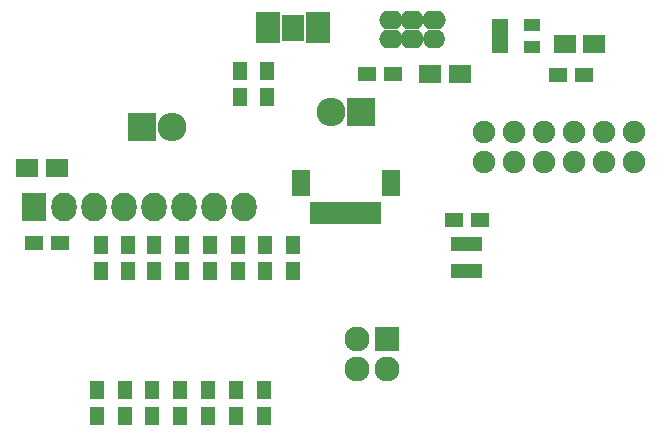
<source format=gts>
G04 #@! TF.FileFunction,Soldermask,Top*
%FSLAX46Y46*%
G04 Gerber Fmt 4.6, Leading zero omitted, Abs format (unit mm)*
G04 Created by KiCad (PCBNEW 4.0.0-rc1-stable) date 24.1.2017 20:57:19*
%MOMM*%
G01*
G04 APERTURE LIST*
%ADD10C,0.100000*%
%ADD11R,1.450000X1.000000*%
%ADD12R,0.750000X1.200000*%
%ADD13R,2.000000X0.800000*%
%ADD14R,1.970000X2.290000*%
%ADD15R,2.127200X2.432000*%
%ADD16O,2.127200X2.432000*%
%ADD17R,1.600000X2.200000*%
%ADD18R,1.000000X1.900000*%
%ADD19R,1.300000X1.600000*%
%ADD20R,2.432000X2.432000*%
%ADD21O,2.432000X2.432000*%
%ADD22C,1.906220*%
%ADD23R,1.900000X1.650000*%
%ADD24R,1.600000X1.300000*%
%ADD25R,2.127200X2.127200*%
%ADD26O,2.127200X2.127200*%
%ADD27O,1.900000X1.600000*%
%ADD28O,2.000000X1.600000*%
G04 APERTURE END LIST*
D10*
D11*
X45615000Y37335000D03*
X45615000Y39235000D03*
X42915000Y39235000D03*
X42915000Y37335000D03*
X42915000Y38285000D03*
D12*
X39065000Y20735000D03*
X39715000Y20735000D03*
X40365000Y20735000D03*
X41015000Y20735000D03*
X41015000Y18385000D03*
X40365000Y18385000D03*
X39065000Y18385000D03*
X39715000Y18385000D03*
D13*
X27440000Y39985000D03*
X27440000Y39335000D03*
X27440000Y38685000D03*
X27440000Y38035000D03*
X23240000Y38035000D03*
X23240000Y38685000D03*
X23240000Y39985000D03*
X23240000Y39335000D03*
D14*
X25340000Y39010000D03*
D15*
X3420000Y23840000D03*
D16*
X5960000Y23840000D03*
X8500000Y23840000D03*
X11040000Y23840000D03*
X13580000Y23840000D03*
X16120000Y23840000D03*
X18660000Y23840000D03*
X21200000Y23840000D03*
D17*
X33610000Y25830000D03*
X26010000Y25830000D03*
D18*
X32310000Y23330000D03*
X31310000Y23330000D03*
X30310000Y23330000D03*
X29310000Y23330000D03*
X28310000Y23330000D03*
X27310000Y23330000D03*
D19*
X23115000Y35310000D03*
X23115000Y33110000D03*
X20840000Y35310000D03*
X20840000Y33110000D03*
X25335000Y18400000D03*
X25335000Y20600000D03*
X23010000Y20600000D03*
X23010000Y18400000D03*
X18310000Y18400000D03*
X18310000Y20600000D03*
X20660000Y20600000D03*
X20660000Y18400000D03*
X13610000Y18390000D03*
X13610000Y20590000D03*
X15970000Y18400000D03*
X15970000Y20600000D03*
X9070000Y18390000D03*
X9070000Y20590000D03*
X11380000Y18390000D03*
X11380000Y20590000D03*
X20500000Y6120000D03*
X20500000Y8320000D03*
X22870000Y6120000D03*
X22870000Y8320000D03*
X11090000Y8350000D03*
X11090000Y6150000D03*
X18140000Y8320000D03*
X18140000Y6120000D03*
X8790000Y6150000D03*
X8790000Y8350000D03*
D20*
X12540000Y30585000D03*
D21*
X15080000Y30585000D03*
D20*
X31140000Y31830000D03*
D21*
X28600000Y31830000D03*
D22*
X54260000Y27640000D03*
X54260000Y30180000D03*
X41560000Y27640000D03*
X41560000Y30180000D03*
X44100000Y27640000D03*
X44100000Y30180000D03*
X46640000Y27640000D03*
X46640000Y30180000D03*
X49180000Y27640000D03*
X49180000Y30180000D03*
X51720000Y27640000D03*
X51720000Y30180000D03*
D19*
X15790000Y8330000D03*
X15790000Y6130000D03*
X13390000Y8330000D03*
X13390000Y6130000D03*
D23*
X48365000Y37635000D03*
X50865000Y37635000D03*
X5330000Y27100000D03*
X2830000Y27100000D03*
D24*
X3410000Y20820000D03*
X5610000Y20820000D03*
D23*
X36990000Y35130000D03*
X39490000Y35130000D03*
D24*
X33860000Y35130000D03*
X31660000Y35130000D03*
X38965000Y22735000D03*
X41165000Y22735000D03*
X47815000Y35035000D03*
X50015000Y35035000D03*
D25*
X33340000Y12660000D03*
D26*
X30800000Y12660000D03*
X33340000Y10120000D03*
X30800000Y10120000D03*
D27*
X37300000Y38090000D03*
D28*
X37300000Y39690000D03*
X35470000Y39690000D03*
X33640000Y39690000D03*
X33640000Y38090000D03*
X35470000Y38090000D03*
M02*

</source>
